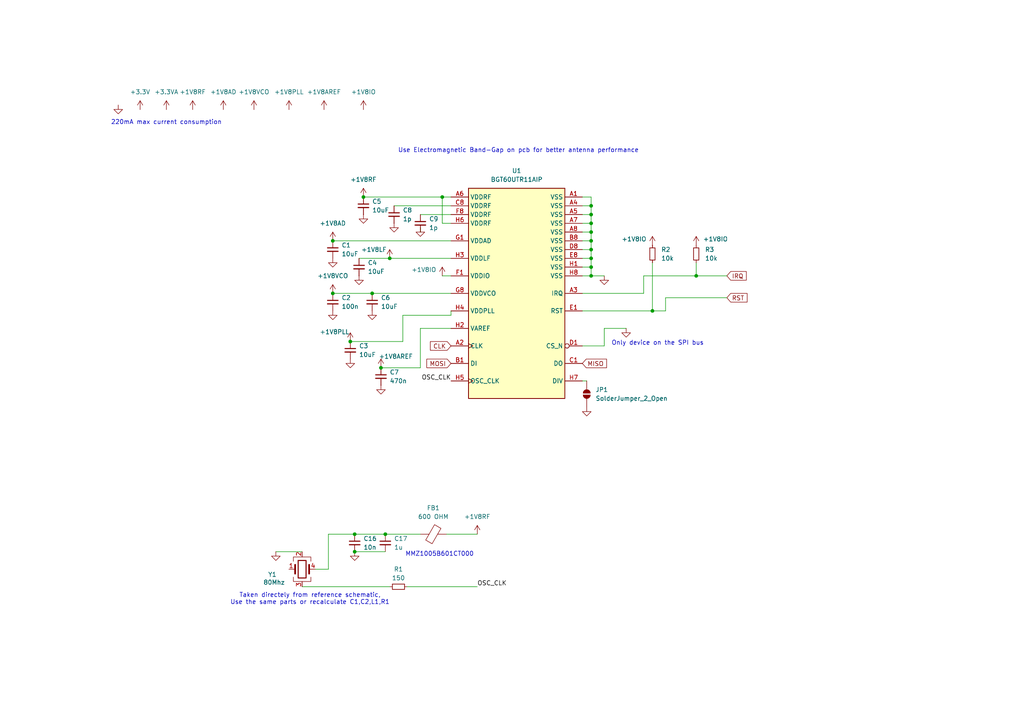
<source format=kicad_sch>
(kicad_sch (version 20231120) (generator "eeschema") (generator_version "8.0")
  (paper "A4")
  (lib_symbols
    (symbol "BGT60UTR11AiP:BGT60UTR11AIP"
      (property "Reference" "U?" (at 0 0 0))
      (property "Value" "BGT60UTR11AIP" (at 0 -63.5 0))
      (symbol "BGT60UTR11AIP_1_0"
        (rectangle (start 27.94 0) (end 0 -60.96) (stroke (width 0.254)) (fill (type background)))
        (pin power_in line (at 33.02 -2.54 180) (length 5.08) (name "VSS") (number "A1"))
        (pin input clock (at -5.08 -45.72 0) (length 5.08) (name "CLK") (number "A2"))
        (pin output line (at 33.02 -30.48 180) (length 5.08) (name "IRQ") (number "A3"))
        (pin power_in line (at 33.02 -5.08 180) (length 5.08) (name "VSS") (number "A4"))
        (pin power_in line (at 33.02 -7.62 180) (length 5.08) (name "VSS") (number "A5"))
        (pin power_in line (at -5.08 -2.54 0) (length 5.08) (name "VDDRF") (number "A6"))
        (pin power_in line (at 33.02 -10.16 180) (length 5.08) (name "VSS") (number "A7"))
        (pin power_in line (at 33.02 -12.7 180) (length 5.08) (name "VSS") (number "A8"))
        (pin input line (at -5.08 -50.8 0) (length 5.08) (name "DI") (number "B1"))
        (pin power_in line (at 33.02 -15.24 180) (length 5.08) (name "VSS") (number "B8"))
        (pin output line (at 33.02 -50.8 180) (length 5.08) (name "DO") (number "C1"))
        (pin power_in line (at -5.08 -5.08 0) (length 5.08) (name "VDDRF") (number "C8"))
        (pin passive inverted (at 33.02 -45.72 180) (length 5.08) (name "CS_N") (number "D1"))
        (pin power_in line (at 33.02 -17.78 180) (length 5.08) (name "VSS") (number "D8"))
        (pin passive line (at 33.02 -35.56 180) (length 5.08) (name "RST") (number "E1"))
        (pin power_in line (at 33.02 -20.32 180) (length 5.08) (name "VSS") (number "E8"))
        (pin bidirectional line (at -5.08 -25.4 0) (length 5.08) (name "VDDIO") (number "F1"))
        (pin power_in line (at -5.08 -7.62 0) (length 5.08) (name "VDDRF") (number "F8"))
        (pin power_in line (at -5.08 -15.24 0) (length 5.08) (name "VDDAD") (number "G1"))
        (pin power_in line (at -5.08 -30.48 0) (length 5.08) (name "VDDVCO") (number "G8"))
        (pin power_in line (at 33.02 -22.86 180) (length 5.08) (name "VSS") (number "H1"))
        (pin power_in line (at -5.08 -40.64 0) (length 5.08) (name "VAREF") (number "H2"))
        (pin power_in line (at -5.08 -20.32 0) (length 5.08) (name "VDDLF") (number "H3"))
        (pin power_in line (at -5.08 -35.56 0) (length 5.08) (name "VDDPLL") (number "H4"))
        (pin input clock (at -5.08 -55.88 0) (length 5.08) (name "OSC_CLK") (number "H5"))
        (pin power_in line (at -5.08 -10.16 0) (length 5.08) (name "VDDRF") (number "H6"))
        (pin output line (at 33.02 -55.88 180) (length 5.08) (name "DIV") (number "H7"))
        (pin power_in line (at 33.02 -25.4 180) (length 5.08) (name "VSS") (number "H8"))
      )
    )
    (symbol "Device:C_Small" (pin_numbers hide) (pin_names (offset 0.254) hide)
      (property "Reference" "C" (at 0.254 1.778 0))
      (property "Value" "C_Small" (at 0.254 -2.032 0))
      (symbol "C_Small_0_1"
        (polyline (pts (xy -1.524 -0.508) (xy 1.524 -0.508)) (stroke (width 0.3302)))
        (polyline (pts (xy -1.524 0.508) (xy 1.524 0.508)) (stroke (width 0.3048)))
      )
      (symbol "C_Small_1_1"
        (pin passive line (at 0 2.54 270) (length 2.032) (name "~") (number "1"))
        (pin passive line (at 0 -2.54 90) (length 2.032) (name "~") (number "2"))
      )
    )
    (symbol "Device:Crystal_GND23" (pin_names (offset 1.016) hide)
      (property "Reference" "Y" (at 3.175 5.08 0))
      (property "Value" "Crystal_GND23" (at 3.175 3.175 0))
      (symbol "Crystal_GND23_0_1"
        (rectangle (start -1.143 2.54) (end 1.143 -2.54) (stroke (width 0.3048)))
        (polyline (pts (xy -2.54 0) (xy -2.032 0)))
        (polyline (pts (xy -2.032 -1.27) (xy -2.032 1.27)) (stroke (width 0.508)))
        (polyline (pts (xy 0 -3.81) (xy 0 -3.556)))
        (polyline (pts (xy 0 3.556) (xy 0 3.81)))
        (polyline (pts (xy 2.032 -1.27) (xy 2.032 1.27)) (stroke (width 0.508)))
        (polyline (pts (xy 2.032 0) (xy 2.54 0)))
        (polyline (pts (xy -2.54 -2.286) (xy -2.54 -3.556) (xy 2.54 -3.556) (xy 2.54 -2.286)))
        (polyline (pts (xy -2.54 2.286) (xy -2.54 3.556) (xy 2.54 3.556) (xy 2.54 2.286)))
      )
      (symbol "Crystal_GND23_1_1"
        (pin passive line (at -3.81 0 0) (length 1.27) (name "1") (number "1"))
        (pin passive line (at 0 5.08 270) (length 1.27) (name "2") (number "2"))
        (pin passive line (at 0 -5.08 90) (length 1.27) (name "3") (number "3"))
        (pin passive line (at 3.81 0 180) (length 1.27) (name "4") (number "4"))
      )
    )
    (symbol "Device:FerriteBead" (pin_numbers hide) (pin_names (offset 0))
      (property "Reference" "FB" (at -3.81 0.635 90))
      (property "Value" "FerriteBead" (at 3.81 0 90))
      (symbol "FerriteBead_0_1"
        (polyline (pts (xy 0 -1.27) (xy 0 -1.2192)))
        (polyline (pts (xy 0 1.27) (xy 0 1.2954)))
        (polyline (pts (xy -2.7686 0.4064) (xy -1.7018 2.2606) (xy 2.7686 -0.3048) (xy 1.6764 -2.159) (xy -2.7686 0.4064)))
      )
      (symbol "FerriteBead_1_1"
        (pin passive line (at 0 3.81 270) (length 2.54) (name "~") (number "1"))
        (pin passive line (at 0 -3.81 90) (length 2.54) (name "~") (number "2"))
      )
    )
    (symbol "Device:R_Small" (pin_numbers hide) (pin_names (offset 0.254) hide)
      (property "Reference" "R" (at 0.762 0.508 0))
      (property "Value" "R_Small" (at 0.762 -1.016 0))
      (symbol "R_Small_0_1"
        (rectangle (start -0.762 1.778) (end 0.762 -1.778) (stroke (width 0.2032)))
      )
      (symbol "R_Small_1_1"
        (pin passive line (at 0 2.54 270) (length 0.762) (name "~") (number "1"))
        (pin passive line (at 0 -2.54 90) (length 0.762) (name "~") (number "2"))
      )
    )
    (symbol "Jumper:SolderJumper_2_Open" (pin_numbers hide) (pin_names (offset 0) hide) (exclude_from_sim yes) (in_bom no)
      (property "Reference" "JP" (at 0 2.032 0))
      (property "Value" "SolderJumper_2_Open" (at 0 -2.54 0))
      (symbol "SolderJumper_2_Open_0_1"
        (arc (start -0.254 1.016) (mid -1.2656 0) (end -0.254 -1.016))
        (arc (start -0.254 1.016) (mid -1.2656 0) (end -0.254 -1.016) (fill (type outline)))
        (polyline (pts (xy -0.254 1.016) (xy -0.254 -1.016)))
        (polyline (pts (xy 0.254 1.016) (xy 0.254 -1.016)))
        (arc (start 0.254 -1.016) (mid 1.2656 0) (end 0.254 1.016))
        (arc (start 0.254 -1.016) (mid 1.2656 0) (end 0.254 1.016) (fill (type outline)))
      )
      (symbol "SolderJumper_2_Open_1_1"
        (pin passive line (at -3.81 0 0) (length 2.54) (name "A") (number "1"))
        (pin passive line (at 3.81 0 180) (length 2.54) (name "B") (number "2"))
      )
    )
    (symbol "power:+1V8" (power) (pin_numbers hide) (pin_names (offset 0) hide)
      (property "Value" "+1V8" (at 0 3.556 0))
      (symbol "+1V8_0_1"
        (polyline (pts (xy -0.762 1.27) (xy 0 2.54)))
        (polyline (pts (xy 0 0) (xy 0 2.54)))
        (polyline (pts (xy 0 2.54) (xy 0.762 1.27)))
      )
      (symbol "+1V8_1_1"
        (pin power_in line (at 0 0 90) (length 0) (name "~") (number "1"))
      )
    )
    (symbol "power:+3.3V" (power) (pin_numbers hide) (pin_names (offset 0) hide)
      (property "Value" "+3.3V" (at 0 3.556 0))
      (symbol "+3.3V_0_1"
        (polyline (pts (xy -0.762 1.27) (xy 0 2.54)))
        (polyline (pts (xy 0 0) (xy 0 2.54)))
        (polyline (pts (xy 0 2.54) (xy 0.762 1.27)))
      )
      (symbol "+3.3V_1_1"
        (pin power_in line (at 0 0 90) (length 0) (name "~") (number "1"))
      )
    )
    (symbol "power:+3.3VA" (power) (pin_numbers hide) (pin_names (offset 0) hide)
      (property "Value" "+3.3VA" (at 0 3.556 0))
      (symbol "+3.3VA_0_1"
        (polyline (pts (xy -0.762 1.27) (xy 0 2.54)))
        (polyline (pts (xy 0 0) (xy 0 2.54)))
        (polyline (pts (xy 0 2.54) (xy 0.762 1.27)))
      )
      (symbol "+3.3VA_1_1"
        (pin power_in line (at 0 0 90) (length 0) (name "~") (number "1"))
      )
    )
    (symbol "power:GND" (power) (pin_numbers hide) (pin_names (offset 0) hide)
      (property "Value" "GND" (at 0 -3.81 0))
      (symbol "GND_0_1"
        (polyline (pts (xy 0 0) (xy 0 -1.27) (xy 1.27 -1.27) (xy 0 -2.54) (xy -1.27 -1.27) (xy 0 -1.27)))
      )
      (symbol "GND_1_1"
        (pin power_in line (at 0 0 270) (length 0) (name "~") (number "1"))
      )
    )
  )
  (junction (at 96.52 69.85))
  (junction (at 171.45 80.01))
  (junction (at 113.03 74.93))
  (junction (at 105.41 57.15))
  (junction (at 128.27 57.15))
  (junction (at 111.76 154.94))
  (junction (at 201.93 80.01))
  (junction (at 171.45 64.77))
  (junction (at 189.23 90.17))
  (junction (at 102.87 160.02))
  (junction (at 171.45 67.31))
  (junction (at 110.49 106.68))
  (junction (at 171.45 77.47))
  (junction (at 171.45 62.23))
  (junction (at 171.45 72.39))
  (junction (at 171.45 59.69))
  (junction (at 96.52 85.09))
  (junction (at 171.45 74.93))
  (junction (at 102.87 154.94))
  (junction (at 101.6 99.06))
  (junction (at 107.95 85.09))
  (junction (at 171.45 69.85))
  (wire (pts (xy 171.45 67.31) (xy 171.45 64.77)))
  (wire (pts (xy 171.45 80.01) (xy 175.26 80.01)))
  (wire (pts (xy 171.45 72.39) (xy 171.45 74.93)))
  (wire (pts (xy 175.26 95.25) (xy 181.61 95.25)))
  (wire (pts (xy 189.23 76.2) (xy 189.23 90.17)))
  (wire (pts (xy 201.93 76.2) (xy 201.93 80.01)))
  (wire (pts (xy 128.27 57.15) (xy 130.81 57.15)))
  (wire (pts (xy 168.91 77.47) (xy 171.45 77.47)))
  (wire (pts (xy 102.87 154.94) (xy 111.76 154.94)))
  (wire (pts (xy 113.03 74.93) (xy 130.81 74.93)))
  (wire (pts (xy 121.92 66.04) (xy 121.92 67.31)))
  (wire (pts (xy 168.91 74.93) (xy 171.45 74.93)))
  (wire (pts (xy 168.91 59.69) (xy 171.45 59.69)))
  (wire (pts (xy 104.14 74.93) (xy 113.03 74.93)))
  (wire (pts (xy 168.91 80.01) (xy 171.45 80.01)))
  (wire (pts (xy 91.44 165.1) (xy 95.25 165.1)))
  (wire (pts (xy 171.45 67.31) (xy 171.45 69.85)))
  (wire (pts (xy 96.52 85.09) (xy 107.95 85.09)))
  (wire (pts (xy 80.01 160.02) (xy 87.63 160.02)))
  (wire (pts (xy 130.81 91.44) (xy 130.81 90.17)))
  (wire (pts (xy 175.26 100.33) (xy 175.26 95.25)))
  (wire (pts (xy 171.45 69.85) (xy 171.45 72.39)))
  (wire (pts (xy 121.92 95.25) (xy 130.81 95.25)))
  (wire (pts (xy 107.95 85.09) (xy 130.81 85.09)))
  (wire (pts (xy 110.49 106.68) (xy 121.92 106.68)))
  (wire (pts (xy 168.91 90.17) (xy 189.23 90.17)))
  (wire (pts (xy 128.27 64.77) (xy 130.81 64.77)))
  (wire (pts (xy 189.23 90.17) (xy 193.04 90.17)))
  (wire (pts (xy 168.91 85.09) (xy 186.69 85.09)))
  (wire (pts (xy 186.69 85.09) (xy 186.69 80.01)))
  (wire (pts (xy 118.11 170.18) (xy 138.43 170.18)))
  (wire (pts (xy 105.41 57.15) (xy 128.27 57.15)))
  (wire (pts (xy 171.45 74.93) (xy 171.45 77.47)))
  (wire (pts (xy 168.91 69.85) (xy 171.45 69.85)))
  (wire (pts (xy 171.45 77.47) (xy 171.45 80.01)))
  (wire (pts (xy 101.6 99.06) (xy 116.84 99.06)))
  (wire (pts (xy 171.45 57.15) (xy 168.91 57.15)))
  (wire (pts (xy 116.84 91.44) (xy 130.81 91.44)))
  (wire (pts (xy 116.84 99.06) (xy 116.84 91.44)))
  (wire (pts (xy 171.45 59.69) (xy 171.45 57.15)))
  (wire (pts (xy 121.92 106.68) (xy 121.92 95.25)))
  (wire (pts (xy 87.63 170.18) (xy 113.03 170.18)))
  (wire (pts (xy 114.3 59.69) (xy 130.81 59.69)))
  (wire (pts (xy 168.91 64.77) (xy 171.45 64.77)))
  (wire (pts (xy 186.69 80.01) (xy 201.93 80.01)))
  (wire (pts (xy 193.04 86.36) (xy 210.82 86.36)))
  (wire (pts (xy 130.81 80.01) (xy 128.27 80.01)))
  (wire (pts (xy 171.45 62.23) (xy 171.45 59.69)))
  (wire (pts (xy 111.76 154.94) (xy 121.92 154.94)))
  (wire (pts (xy 171.45 64.77) (xy 171.45 62.23)))
  (wire (pts (xy 168.91 62.23) (xy 171.45 62.23)))
  (wire (pts (xy 168.91 72.39) (xy 171.45 72.39)))
  (wire (pts (xy 193.04 90.17) (xy 193.04 86.36)))
  (wire (pts (xy 121.92 62.23) (xy 130.81 62.23)))
  (wire (pts (xy 95.25 154.94) (xy 102.87 154.94)))
  (wire (pts (xy 168.91 110.49) (xy 170.18 110.49)))
  (wire (pts (xy 168.91 100.33) (xy 175.26 100.33)))
  (wire (pts (xy 201.93 80.01) (xy 210.82 80.01)))
  (wire (pts (xy 129.54 154.94) (xy 138.43 154.94)))
  (wire (pts (xy 96.52 69.85) (xy 130.81 69.85)))
  (wire (pts (xy 128.27 57.15) (xy 128.27 64.77)))
  (wire (pts (xy 168.91 67.31) (xy 171.45 67.31)))
  (wire (pts (xy 95.25 165.1) (xy 95.25 154.94)))
  (wire (pts (xy 102.87 160.02) (xy 111.76 160.02)))
  (text "Taken directely from reference schematic,\nUse the same parts or recalculate C1,C2,L1,R1" (at 89.916 173.736 0) (effects (font (size 1.27 1.27))))
  (text "MMZ1005B601CT000" (at 127.508 160.782 0) (effects (font (size 1.27 1.27))))
  (text "Use Electromagnetic Band-Gap on pcb for better antenna performance\n" (at 150.368 43.688 0) (effects (font (size 1.27 1.27))))
  (text "220mA max current consumption\n" (at 48.26 35.56 0) (effects (font (size 1.27 1.27))))
  (text "Only device on the SPI bus\n" (at 190.754 99.568 0) (effects (font (size 1.27 1.27))))
  (label "OSC_CLK" (at 138.43 170.18 0))
  (label "OSC_CLK" (at 130.81 110.49 180))
  (global_label "IRQ" (shape input) (at 210.82 80.01 0) (property "Intersheetrefs" "${INTERSHEET_REFS}" (effects (hide yes))))
  (global_label "MISO" (shape input) (at 168.91 105.41 0) (property "Intersheetrefs" "${INTERSHEET_REFS}" (effects (hide yes))))
  (global_label "RST" (shape input) (at 210.82 86.36 0) (property "Intersheetrefs" "${INTERSHEET_REFS}" (effects (hide yes))))
  (global_label "CLK" (shape input) (at 130.81 100.33 180) (property "Intersheetrefs" "${INTERSHEET_REFS}" (effects (hide yes))))
  (global_label "MOSI" (shape input) (at 130.81 105.41 180) (property "Intersheetrefs" "${INTERSHEET_REFS}" (effects (hide yes))))
  (symbol (lib_id "power:GND") (at 80.01 160.02 0) (mirror y) (unit 1)
    (property "Reference" "#PWR012" (effects (hide yes)))
    (property "Value" "GND" (effects (hide yes)))
    (property "Description" "Power symbol creates a global label with name \"GND\" , ground" (effects (hide yes)))
  )
  (symbol (lib_id "power:GND") (at 121.92 66.04 0) (mirror y) (unit 1)
    (property "Reference" "#PWR021" (effects (hide yes)))
    (property "Value" "GND" (effects (hide yes)))
    (property "Description" "Power symbol creates a global label with name \"GND\" , ground" (effects (hide yes)))
  )
  (symbol (lib_id "power:GND") (at 102.87 160.02 0) (mirror y) (unit 1)
    (property "Reference" "#PWR022" (effects (hide yes)))
    (property "Value" "GND" (effects (hide yes)))
    (property "Description" "Power symbol creates a global label with name \"GND\" , ground" (effects (hide yes)))
  )
  (symbol (lib_id "Device:C_Small") (at 107.95 87.63 0) (unit 1)
    (property "Reference" "C6" (at 110.49 86.3662 0) (effects (justify left)))
    (property "Value" "10uF" (at 110.49 88.9062 0) (effects (justify left)))
    (property "Description" "Unpolarized capacitor, small symbol" (effects (hide yes)))
  )
  (symbol (lib_id "Device:C_Small") (at 101.6 101.6 0) (unit 1)
    (property "Reference" "C3" (at 104.14 100.3362 0) (effects (justify left)))
    (property "Value" "10uF" (at 104.14 102.8762 0) (effects (justify left)))
    (property "Description" "Unpolarized capacitor, small symbol" (effects (hide yes)))
  )
  (symbol (lib_id "power:+1V8") (at 105.41 57.15 0) (unit 1)
    (property "Reference" "#PWR013" (effects (hide yes)))
    (property "Value" "+1V8RF" (at 105.41 52.07 0))
    (property "Description" "Power symbol creates a global label with name \"+1V8\"" (effects (hide yes)))
  )
  (symbol (lib_id "Device:C_Small") (at 104.14 77.47 0) (unit 1)
    (property "Reference" "C4" (at 106.68 76.2062 0) (effects (justify left)))
    (property "Value" "10uF" (at 106.68 78.7462 0) (effects (justify left)))
    (property "Description" "Unpolarized capacitor, small symbol" (effects (hide yes)))
  )
  (symbol (lib_id "power:+1V8") (at 110.49 106.68 0) (unit 1)
    (property "Reference" "#PWR017" (effects (hide yes)))
    (property "Value" "+1V8AREF" (at 114.808 103.378 0))
    (property "Description" "Power symbol creates a global label with name \"+1V8\"" (effects (hide yes)))
  )
  (symbol (lib_id "Device:C_Small") (at 102.87 157.48 0) (unit 1)
    (property "Reference" "C16" (at 105.41 156.2162 0) (effects (justify left)))
    (property "Value" "10n" (at 105.41 158.7562 0) (effects (justify left)))
    (property "Description" "Unpolarized capacitor, small symbol" (effects (hide yes)))
  )
  (symbol (lib_id "Device:R_Small") (at 201.93 73.66 0) (unit 1)
    (property "Reference" "R3" (at 204.47 72.3899 0) (effects (justify left)))
    (property "Value" "10k" (at 204.47 74.9299 0) (effects (justify left)))
    (property "Description" "Resistor, small symbol" (effects (hide yes)))
  )
  (symbol (lib_id "power:+1V8") (at 83.82 31.75 0) (unit 1)
    (property "Reference" "#PWR030" (effects (hide yes)))
    (property "Value" "+1V8PLL" (at 83.82 26.67 0))
    (property "Description" "Power symbol creates a global label with name \"+1V8\"" (effects (hide yes)))
  )
  (symbol (lib_id "power:+1V8") (at 96.52 85.09 0) (unit 1)
    (property "Reference" "#PWR07" (effects (hide yes)))
    (property "Value" "+1V8VCO" (at 96.52 80.01 0))
    (property "Description" "Power symbol creates a global label with name \"+1V8\"" (effects (hide yes)))
  )
  (symbol (lib_id "power:GND") (at 107.95 90.17 0) (mirror y) (unit 1)
    (property "Reference" "#PWR016" (effects (hide yes)))
    (property "Value" "GND" (effects (hide yes)))
    (property "Description" "Power symbol creates a global label with name \"GND\" , ground" (effects (hide yes)))
  )
  (symbol (lib_id "power:+3.3V") (at 40.64 31.75 0) (unit 1)
    (property "Reference" "#PWR02" (effects (hide yes)))
    (property "Value" "+3.3V" (at 40.64 26.67 0))
    (property "Description" "Power symbol creates a global label with name \"+3.3V\"" (effects (hide yes)))
  )
  (symbol (lib_id "power:+1V8") (at 138.43 154.94 0) (unit 1)
    (property "Reference" "#PWR023" (effects (hide yes)))
    (property "Value" "+1V8RF" (at 138.43 149.86 0))
    (property "Description" "Power symbol creates a global label with name \"+1V8\"" (effects (hide yes)))
  )
  (symbol (lib_id "Device:R_Small") (at 189.23 73.66 0) (unit 1)
    (property "Reference" "R2" (at 191.77 72.3899 0) (effects (justify left)))
    (property "Value" "10k" (at 191.77 74.9299 0) (effects (justify left)))
    (property "Description" "Resistor, small symbol" (effects (hide yes)))
  )
  (symbol (lib_id "power:+1V8") (at 101.6 99.06 0) (unit 1)
    (property "Reference" "#PWR09" (effects (hide yes)))
    (property "Value" "+1V8PLL" (at 97.028 96.266 0))
    (property "Description" "Power symbol creates a global label with name \"+1V8\"" (effects (hide yes)))
  )
  (symbol (lib_id "Device:C_Small") (at 114.3 62.23 0) (unit 1)
    (property "Reference" "C8" (at 116.84 60.9662 0) (effects (justify left)))
    (property "Value" "1p" (at 116.84 63.5062 0) (effects (justify left)))
    (property "Description" "Unpolarized capacitor, small symbol" (effects (hide yes)))
  )
  (symbol (lib_id "power:GND") (at 170.18 118.11 0) (mirror y) (unit 1)
    (property "Reference" "#PWR024" (effects (hide yes)))
    (property "Value" "GND" (effects (hide yes)))
    (property "Description" "Power symbol creates a global label with name \"GND\" , ground" (effects (hide yes)))
  )
  (symbol (lib_id "power:+1V8") (at 64.77 31.75 0) (unit 1)
    (property "Reference" "#PWR028" (effects (hide yes)))
    (property "Value" "+1V8AD" (at 64.77 26.67 0))
    (property "Description" "Power symbol creates a global label with name \"+1V8\"" (effects (hide yes)))
  )
  (symbol (lib_id "Device:C_Small") (at 121.92 64.77 0) (unit 1)
    (property "Reference" "C9" (at 124.46 63.5062 0) (effects (justify left)))
    (property "Value" "1p" (at 124.46 66.0462 0) (effects (justify left)))
    (property "Description" "Unpolarized capacitor, small symbol" (effects (hide yes)))
  )
  (symbol (lib_id "Device:FerriteBead") (at 125.73 154.94 90) (unit 1)
    (property "Reference" "FB1" (at 125.6792 147.32 90))
    (property "Value" "600 OHM" (at 125.6792 149.86 90))
    (property "Description" "Ferrite bead" (effects (hide yes)))
  )
  (symbol (lib_id "power:+1V8") (at 96.52 69.85 0) (unit 1)
    (property "Reference" "#PWR05" (effects (hide yes)))
    (property "Value" "+1V8AD" (at 96.52 64.77 0))
    (property "Description" "Power symbol creates a global label with name \"+1V8\"" (effects (hide yes)))
  )
  (symbol (lib_id "power:GND") (at 34.29 30.48 0) (unit 1)
    (property "Reference" "#PWR01" (effects (hide yes)))
    (property "Value" "GND" (effects (hide yes)))
    (property "Description" "Power symbol creates a global label with name \"GND\" , ground" (effects (hide yes)))
  )
  (symbol (lib_id "Device:C_Small") (at 96.52 72.39 0) (unit 1)
    (property "Reference" "C1" (at 99.06 71.1262 0) (effects (justify left)))
    (property "Value" "10uF" (at 99.06 73.6662 0) (effects (justify left)))
    (property "Description" "Unpolarized capacitor, small symbol" (effects (hide yes)))
  )
  (symbol (lib_id "Device:C_Small") (at 110.49 109.22 0) (unit 1)
    (property "Reference" "C7" (at 113.03 107.9562 0) (effects (justify left)))
    (property "Value" "470n" (at 113.03 110.4962 0) (effects (justify left)))
    (property "Description" "Unpolarized capacitor, small symbol" (effects (hide yes)))
  )
  (symbol (lib_id "power:+1V8") (at 201.93 71.12 0) (unit 1)
    (property "Reference" "#PWR034" (effects (hide yes)))
    (property "Value" "+1V8IO" (at 207.518 69.342 0))
    (property "Description" "Power symbol creates a global label with name \"+1V8\"" (effects (hide yes)))
  )
  (symbol (lib_id "Device:R_Small") (at 115.57 170.18 90) (unit 1)
    (property "Reference" "R1" (at 115.57 165.1 90))
    (property "Value" "150" (at 115.57 167.64 90))
    (property "Description" "Resistor, small symbol" (effects (hide yes)))
  )
  (symbol (lib_id "power:+3.3VA") (at 48.26 31.75 0) (unit 1)
    (property "Reference" "#PWR03" (effects (hide yes)))
    (property "Value" "+3.3VA" (at 48.26 26.67 0))
    (property "Description" "Power symbol creates a global label with name \"+3.3VA\"" (effects (hide yes)))
  )
  (symbol (lib_id "power:GND") (at 96.52 90.17 0) (mirror y) (unit 1)
    (property "Reference" "#PWR08" (effects (hide yes)))
    (property "Value" "GND" (effects (hide yes)))
    (property "Description" "Power symbol creates a global label with name \"GND\" , ground" (effects (hide yes)))
  )
  (symbol (lib_id "power:GND") (at 181.61 95.25 0) (mirror y) (unit 1)
    (property "Reference" "#PWR026" (effects (hide yes)))
    (property "Value" "GND" (effects (hide yes)))
    (property "Description" "Power symbol creates a global label with name \"GND\" , ground" (effects (hide yes)))
  )
  (symbol (lib_id "power:GND") (at 96.52 74.93 0) (mirror y) (unit 1)
    (property "Reference" "#PWR06" (effects (hide yes)))
    (property "Value" "GND" (effects (hide yes)))
    (property "Description" "Power symbol creates a global label with name \"GND\" , ground" (effects (hide yes)))
  )
  (symbol (lib_id "Jumper:SolderJumper_2_Open") (at 170.18 114.3 90) (unit 1) (exclude_from_sim yes) (in_bom no)
    (property "Reference" "JP1" (at 172.72 113.0299 90) (effects (justify right)))
    (property "Value" "SolderJumper_2_Open" (at 172.72 115.5699 90) (effects (justify right)))
    (property "Description" "Solder Jumper, 2-pole, open" (effects (hide yes)))
  )
  (symbol (lib_id "power:+1V8") (at 93.98 31.75 0) (unit 1)
    (property "Reference" "#PWR031" (effects (hide yes)))
    (property "Value" "+1V8AREF" (at 93.98 26.67 0))
    (property "Description" "Power symbol creates a global label with name \"+1V8\"" (effects (hide yes)))
  )
  (symbol (lib_id "power:GND") (at 175.26 80.01 0) (mirror y) (unit 1)
    (property "Reference" "#PWR025" (effects (hide yes)))
    (property "Value" "GND" (effects (hide yes)))
    (property "Description" "Power symbol creates a global label with name \"GND\" , ground" (effects (hide yes)))
  )
  (symbol (lib_id "power:+1V8") (at 55.88 31.75 0) (unit 1)
    (property "Reference" "#PWR027" (effects (hide yes)))
    (property "Value" "+1V8RF" (at 55.88 26.67 0))
    (property "Description" "Power symbol creates a global label with name \"+1V8\"" (effects (hide yes)))
  )
  (symbol (lib_id "power:GND") (at 101.6 104.14 0) (mirror y) (unit 1)
    (property "Reference" "#PWR010" (effects (hide yes)))
    (property "Value" "GND" (effects (hide yes)))
    (property "Description" "Power symbol creates a global label with name \"GND\" , ground" (effects (hide yes)))
  )
  (symbol (lib_id "power:+1V8") (at 73.66 31.75 0) (unit 1)
    (property "Reference" "#PWR029" (effects (hide yes)))
    (property "Value" "+1V8VCO" (at 73.66 26.67 0))
    (property "Description" "Power symbol creates a global label with name \"+1V8\"" (effects (hide yes)))
  )
  (symbol (lib_id "power:+1V8") (at 113.03 74.93 0) (unit 1)
    (property "Reference" "#PWR019" (effects (hide yes)))
    (property "Value" "+1V8LF" (at 108.458 72.39 0))
    (property "Description" "Power symbol creates a global label with name \"+1V8\"" (effects (hide yes)))
  )
  (symbol (lib_id "power:GND") (at 114.3 64.77 0) (mirror y) (unit 1)
    (property "Reference" "#PWR020" (effects (hide yes)))
    (property "Value" "GND" (effects (hide yes)))
    (property "Description" "Power symbol creates a global label with name \"GND\" , ground" (effects (hide yes)))
  )
  (symbol (lib_id "power:GND") (at 110.49 111.76 0) (mirror y) (unit 1)
    (property "Reference" "#PWR018" (effects (hide yes)))
    (property "Value" "GND" (effects (hide yes)))
    (property "Description" "Power symbol creates a global label with name \"GND\" , ground" (effects (hide yes)))
  )
  (symbol (lib_id "Device:C_Small") (at 105.41 59.69 0) (unit 1)
    (property "Reference" "C5" (at 107.95 58.4262 0) (effects (justify left)))
    (property "Value" "10uF" (at 107.95 60.9662 0) (effects (justify left)))
    (property "Description" "Unpolarized capacitor, small symbol" (effects (hide yes)))
  )
  (symbol (lib_id "power:+1V8") (at 128.27 80.01 0) (unit 1)
    (property "Reference" "#PWR032" (effects (hide yes)))
    (property "Value" "+1V8IO" (at 122.936 78.232 0))
    (property "Description" "Power symbol creates a global label with name \"+1V8\"" (effects (hide yes)))
  )
  (symbol (lib_id "Device:Crystal_GND23") (at 87.63 165.1 0) (unit 1)
    (property "Reference" "Y1" (at 78.994 166.624 0))
    (property "Value" "80Mhz" (at 79.502 168.91 0))
    (property "Description" "Four pin crystal, GND on pins 2 and 3" (effects (hide yes)))
  )
  (symbol (lib_id "power:+1V8") (at 189.23 71.12 0) (unit 1)
    (property "Reference" "#PWR033" (effects (hide yes)))
    (property "Value" "+1V8IO" (at 183.896 69.342 0))
    (property "Description" "Power symbol creates a global label with name \"+1V8\"" (effects (hide yes)))
  )
  (symbol (lib_id "power:GND") (at 104.14 80.01 0) (mirror y) (unit 1)
    (property "Reference" "#PWR011" (effects (hide yes)))
    (property "Value" "GND" (effects (hide yes)))
    (property "Description" "Power symbol creates a global label with name \"GND\" , ground" (effects (hide yes)))
  )
  (symbol (lib_id "Device:C_Small") (at 111.76 157.48 0) (unit 1)
    (property "Reference" "C17" (at 114.3 156.2162 0) (effects (justify left)))
    (property "Value" "1u" (at 114.3 158.7562 0) (effects (justify left)))
    (property "Description" "Unpolarized capacitor, small symbol" (effects (hide yes)))
  )
  (symbol (lib_id "power:GND") (at 105.41 62.23 0) (mirror y) (unit 1)
    (property "Reference" "#PWR014" (effects (hide yes)))
    (property "Value" "GND" (effects (hide yes)))
    (property "Description" "Power symbol creates a global label with name \"GND\" , ground" (effects (hide yes)))
  )
  (symbol (lib_id "Device:C_Small") (at 96.52 87.63 0) (unit 1)
    (property "Reference" "C2" (at 99.06 86.3662 0) (effects (justify left)))
    (property "Value" "100n" (at 99.06 88.9062 0) (effects (justify left)))
    (property "Description" "Unpolarized capacitor, small symbol" (effects (hide yes)))
  )
  (symbol (lib_id "power:+1V8") (at 105.41 31.75 0) (unit 1)
    (property "Reference" "#PWR04" (effects (hide yes)))
    (property "Value" "+1V8IO" (at 105.41 26.67 0))
    (property "Description" "Power symbol creates a global label with name \"+1V8\"" (effects (hide yes)))
  )
  (symbol (lib_id "BGT60UTR11AiP:BGT60UTR11AIP") (at 135.89 54.61 0) (unit 1)
    (property "Reference" "U1" (at 149.86 49.53 0))
    (property "Value" "BGT60UTR11AIP" (at 149.86 52.07 0))
    (property "Footprint" "footprints:BGA28N50P8X8_405X405X90-V" (effects (hide yes)))
    (property "Description" "60 GHz radar sensor with antennas in package" (effects (hide yes)))
  )
)
</source>
